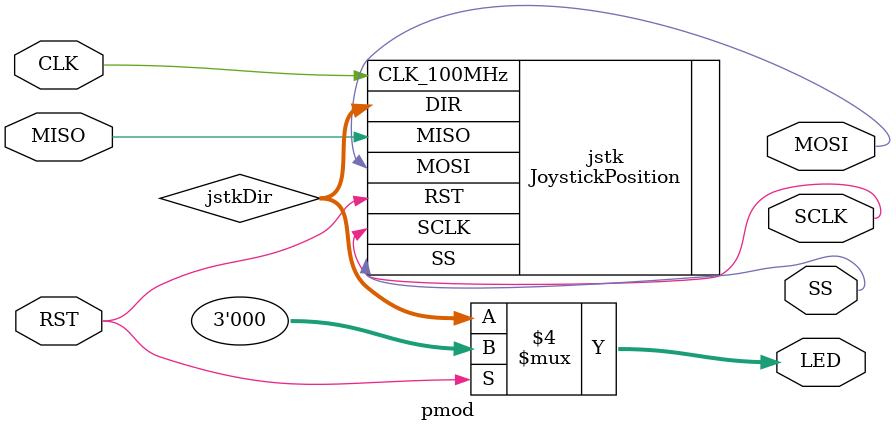
<source format=v>
`timescale 1ns / 1ps

module pmod (
        input CLK,
//        input [3:0] rows,
//        output [3:0] cols,

        input RST,
        input MISO,
        //SW,
        output wire SS,
        output wire MOSI,
        output wire SCLK,
       
        output reg [2:0] LED

//        output wire [3:0] lastClicked,
       // output wire [2:0] jstkDir
    );
    wire [2:0] jstkDir;

//    KYPDDirection kpad(.Clk_100MHz(CLK), .rows(rows),
// .cols(cols), .lastClicked(lastClicked));

    JoystickPosition jstk(.CLK_100MHz(CLK), .RST(RST), .MISO(MISO), .SS(SS),
                           .MOSI(MOSI), .SCLK(SCLK), .DIR(jstkDir));
//initial begin
//    #20;
//    $display("hello");
//end
//always @(lastClicked) begin
//  $display("lastClicked: %b", lastClicked);
//end

//always @(jstkDir) begin
//  $display("kypdDir: %b", kypdDir);
//end

always @(jstkDir) begin
    if (RST == 1'b1) begin
        LED <= 3'b000;
    end else begin
        LED <= jstkDir;
    end
end
endmodule
</source>
